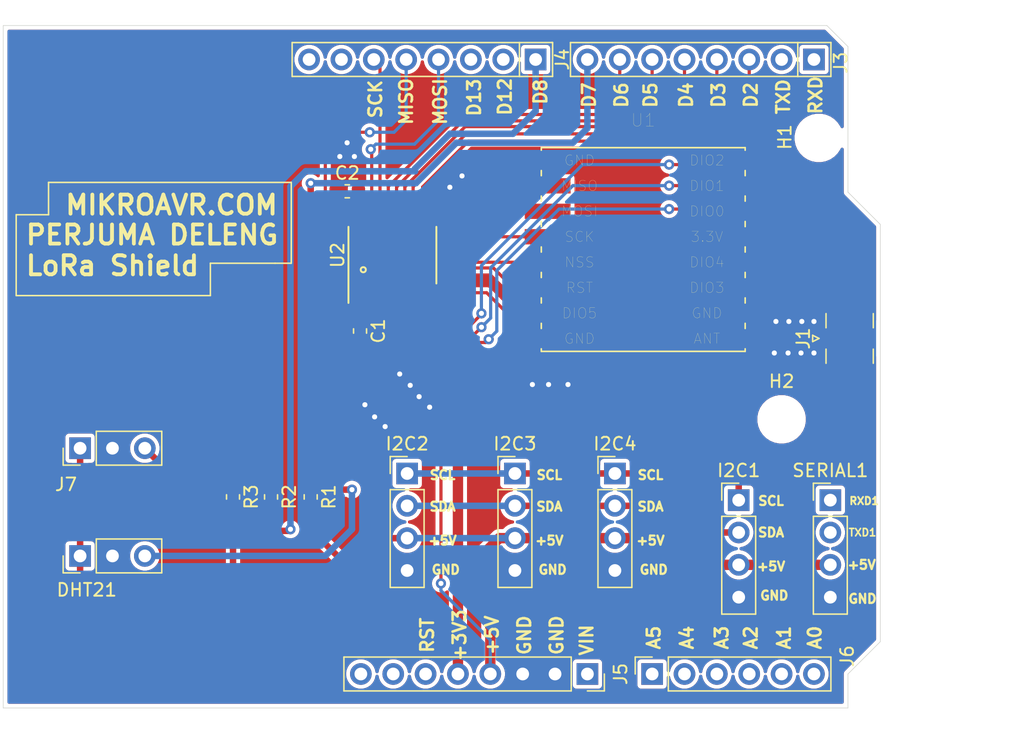
<source format=kicad_pcb>
(kicad_pcb (version 20171130) (host pcbnew "(5.1.5)-3")
  (layers (0 F.Cu signal) (31 B.Cu signal) (34 B.Paste user) (35 F.Paste user) (36 B.SilkS user) (37 F.SilkS user) (38 B.Mask user) (39 F.Mask user) (44 Edge.Cuts user))
  (net 0 "")
  (net 1 GND)
  (net 2 +5V)
  (net 3 D7)
  (net 4 D6)
  (net 5 D5)
  (net 6 D4)
  (net 7 D3)
  (net 8 D2)
  (net 9 A5)
  (net 10 A4)
  (net 11 A3)
  (net 12 A2)
  (net 13 A1)
  (net 14 A0)
  (net 15 SCK)
  (net 16 MISO)
  (net 17 MOSI)
  (net 18 D13)
  (net 19 D12)
  (net 20 D8)
  (net 21 +3V3)
  (net 22 TXD)
  (net 23 RXD)
  (net 24 RST)
  (net 25 "Net-(J4-Pad8)")
  (net 26 "Net-(J4-Pad7)")
  (net 27 "Net-(J5-Pad8)")
  (net 28 "Net-(J5-Pad7)")
  (net 29 VIN)
  (net 30 SDA)
  (net 31 SCL)
  (net 32 TXD1)
  (net 33 RXD1)
  (net 34 "Net-(U1-PadB6)")
  (net 35 "Net-(U1-PadB5)")
  (net 36 "Net-(U1-PadA7)")
  (net 37 "Net-(J1-Pad1)")
  (net 38 SCK_LORA)
  (net 39 MOSI_LORA)
  (net 40 MISO_LORA)
  (net 41 RST_LORA)
  (net 42 SS_LORA)
  (net 43 DIO1)
  (net 44 DIO2)
  (net 45 DIO0)
  (net 46 "Net-(J7-Pad3)")
  (module Resistor_SMD:R_0603_1608Metric_Pad1.05x0.95mm_HandSolder (layer F.Cu) (at 126.238 99.6315 270)
    (fp_text reference R3 (at 0 -1.43 90) (layer F.SilkS))
    (fp_text value 10K)
    (pad 2 smd roundrect (at 0.875 0 270) (size 1.05 0.95) (layers F.Cu F.Paste F.Mask) (net 2 +5V))
    (pad 1 smd roundrect (at -0.875 0 270) (size 1.05 0.95) (layers F.Cu F.Paste F.Mask) (net 46 "Net-(J7-Pad3)"))
  )
  (module Resistor_SMD:R_0603_1608Metric_Pad1.05x0.95mm_HandSolder (layer F.Cu) (at 129.2225 99.6315 270)
    (fp_text reference R2 (at 0 -1.43 90) (layer F.SilkS))
    (fp_text value 0R)
    (pad 2 smd roundrect (at 0.875 0 270) (size 1.05 0.95) (layers F.Cu F.Paste F.Mask) (net 20 D8))
    (pad 1 smd roundrect (at -0.875 0 270) (size 1.05 0.95) (layers F.Cu F.Paste F.Mask) (net 46 "Net-(J7-Pad3)"))
  )
  (module Resistor_SMD:R_0603_1608Metric_Pad1.05x0.95mm_HandSolder (layer F.Cu) (at 132.334 99.6315 270)
    (fp_text reference R1 (at 0 -1.43 90) (layer F.SilkS))
    (fp_text value 10K)
    (pad 2 smd roundrect (at 0.875 0 270) (size 1.05 0.95) (layers F.Cu F.Paste F.Mask) (net 2 +5V))
    (pad 1 smd roundrect (at -0.875 0 270) (size 1.05 0.95) (layers F.Cu F.Paste F.Mask) (net 3 D7))
  )
  (module Connector_PinHeader_2.54mm:PinHeader_1x04_P2.54mm_Vertical (layer F.Cu) (at 156.21 97.79)
    (fp_text reference I2C4 (at 0 -2.33) (layer F.SilkS))
    (fp_text value Conn_01x04)
    (pad 4 thru_hole oval (at 0 7.62) (size 1.7 1.7) (drill 1) (layers *.Cu *.Mask) (net 1 GND))
    (pad 3 thru_hole oval (at 0 5.08) (size 1.7 1.7) (drill 1) (layers *.Cu *.Mask) (net 2 +5V))
    (pad 2 thru_hole oval (at 0 2.54) (size 1.7 1.7) (drill 1) (layers *.Cu *.Mask) (net 30 SDA))
    (pad 1 thru_hole rect (at 0 0) (size 1.7 1.7) (drill 1) (layers *.Cu *.Mask) (net 31 SCL))
  )
  (module Connector_PinHeader_2.54mm:PinHeader_1x04_P2.54mm_Vertical (layer F.Cu) (at 148.3632 97.79)
    (fp_text reference I2C3 (at 0 -2.33) (layer F.SilkS))
    (fp_text value Conn_01x04)
    (pad 4 thru_hole oval (at 0 7.62) (size 1.7 1.7) (drill 1) (layers *.Cu *.Mask) (net 1 GND))
    (pad 3 thru_hole oval (at 0 5.08) (size 1.7 1.7) (drill 1) (layers *.Cu *.Mask) (net 2 +5V))
    (pad 2 thru_hole oval (at 0 2.54) (size 1.7 1.7) (drill 1) (layers *.Cu *.Mask) (net 30 SDA))
    (pad 1 thru_hole rect (at 0 0) (size 1.7 1.7) (drill 1) (layers *.Cu *.Mask) (net 31 SCL))
  )
  (module Connector_PinHeader_2.54mm:PinHeader_1x04_P2.54mm_Vertical (layer F.Cu) (at 139.9032 97.79)
    (fp_text reference I2C2 (at 0 -2.33) (layer F.SilkS))
    (fp_text value Conn_01x04)
    (pad 4 thru_hole oval (at 0 7.62) (size 1.7 1.7) (drill 1) (layers *.Cu *.Mask) (net 1 GND))
    (pad 3 thru_hole oval (at 0 5.08) (size 1.7 1.7) (drill 1) (layers *.Cu *.Mask) (net 2 +5V))
    (pad 2 thru_hole oval (at 0 2.54) (size 1.7 1.7) (drill 1) (layers *.Cu *.Mask) (net 30 SDA))
    (pad 1 thru_hole rect (at 0 0) (size 1.7 1.7) (drill 1) (layers *.Cu *.Mask) (net 31 SCL))
  )
  (module Connector_PinHeader_2.54mm:PinHeader_1x03_P2.54mm_Vertical (layer F.Cu) (at 114.2365 95.807 90)
    (fp_text reference J7 (at -2.8466 -1.1049 180) (layer F.SilkS))
    (fp_text value Conn_01x03)
    (pad 3 thru_hole oval (at 0 5.08 90) (size 1.7 1.7) (drill 1) (layers *.Cu *.Mask) (net 46 "Net-(J7-Pad3)"))
    (pad 2 thru_hole oval (at 0 2.54 90) (size 1.7 1.7) (drill 1) (layers *.Cu *.Mask) (net 1 GND))
    (pad 1 thru_hole rect (at 0 0 90) (size 1.7 1.7) (drill 1) (layers *.Cu *.Mask) (net 2 +5V))
  )
  (module Connector_PinHeader_2.54mm:PinHeader_1x03_P2.54mm_Vertical (layer F.Cu) (at 114.2365 104.267 90)
    (fp_text reference DHT21 (at -2.667 0.5207 180) (layer F.SilkS))
    (fp_text value Conn_01x03)
    (pad 3 thru_hole oval (at 0 5.08 90) (size 1.7 1.7) (drill 1) (layers *.Cu *.Mask) (net 3 D7))
    (pad 2 thru_hole oval (at 0 2.54 90) (size 1.7 1.7) (drill 1) (layers *.Cu *.Mask) (net 1 GND))
    (pad 1 thru_hole rect (at 0 0 90) (size 1.7 1.7) (drill 1) (layers *.Cu *.Mask) (net 2 +5V))
  )
  (module Capacitor_SMD:C_0603_1608Metric_Pad1.05x0.95mm_HandSolder (layer F.Cu) (at 135.2055 75.6285)
    (fp_text reference C2 (at 0 -1.43) (layer F.SilkS))
    (fp_text value 100nF)
    (pad 2 smd roundrect (at 0.875 0) (size 1.05 0.95) (layers F.Cu F.Paste F.Mask) (net 2 +5V))
    (pad 1 smd roundrect (at -0.875 0) (size 1.05 0.95) (layers F.Cu F.Paste F.Mask) (net 1 GND))
  )
  (module Capacitor_SMD:C_0603_1608Metric_Pad1.05x0.95mm_HandSolder (layer F.Cu) (at 136.2075 86.6 270)
    (fp_text reference C1 (at 0 -1.43 90) (layer F.SilkS))
    (fp_text value 100nF)
    (pad 2 smd roundrect (at 0.875 0 270) (size 1.05 0.95) (layers F.Cu F.Paste F.Mask) (net 1 GND))
    (pad 1 smd roundrect (at -0.875 0 270) (size 1.05 0.95) (layers F.Cu F.Paste F.Mask) (net 21 +3V3))
  )
  (module Package_SO:TSSOP-20_4.4x6.5mm_P0.65mm (layer F.Cu) (at 138.7475 80.645 90)
    (fp_text reference U2 (at 0 -4.3 90) (layer F.SilkS))
    (fp_text value TXS0108EPW)
    (pad 20 smd rect (at 2.95 -2.925 90) (size 1.45 0.45) (layers F.Cu F.Paste F.Mask) (net 16 MISO))
    (pad 19 smd rect (at 2.95 -2.275 90) (size 1.45 0.45) (layers F.Cu F.Paste F.Mask) (net 2 +5V))
    (pad 18 smd rect (at 2.95 -1.625 90) (size 1.45 0.45) (layers F.Cu F.Paste F.Mask) (net 17 MOSI))
    (pad 17 smd rect (at 2.95 -0.975 90) (size 1.45 0.45) (layers F.Cu F.Paste F.Mask) (net 15 SCK))
    (pad 16 smd rect (at 2.95 -0.325 90) (size 1.45 0.45) (layers F.Cu F.Paste F.Mask) (net 4 D6))
    (pad 15 smd rect (at 2.95 0.325 90) (size 1.45 0.45) (layers F.Cu F.Paste F.Mask) (net 5 D5))
    (pad 14 smd rect (at 2.95 0.975 90) (size 1.45 0.45) (layers F.Cu F.Paste F.Mask) (net 6 D4))
    (pad 13 smd rect (at 2.95 1.625 90) (size 1.45 0.45) (layers F.Cu F.Paste F.Mask) (net 7 D3))
    (pad 12 smd rect (at 2.95 2.275 90) (size 1.45 0.45) (layers F.Cu F.Paste F.Mask) (net 8 D2))
    (pad 11 smd rect (at 2.95 2.925 90) (size 1.45 0.45) (layers F.Cu F.Paste F.Mask) (net 1 GND))
    (pad 10 smd rect (at -2.95 2.925 90) (size 1.45 0.45) (layers F.Cu F.Paste F.Mask) (net 21 +3V3))
    (pad 9 smd rect (at -2.95 2.275 90) (size 1.45 0.45) (layers F.Cu F.Paste F.Mask) (net 44 DIO2))
    (pad 8 smd rect (at -2.95 1.625 90) (size 1.45 0.45) (layers F.Cu F.Paste F.Mask) (net 43 DIO1))
    (pad 7 smd rect (at -2.95 0.975 90) (size 1.45 0.45) (layers F.Cu F.Paste F.Mask) (net 45 DIO0))
    (pad 6 smd rect (at -2.95 0.325 90) (size 1.45 0.45) (layers F.Cu F.Paste F.Mask) (net 41 RST_LORA))
    (pad 5 smd rect (at -2.95 -0.325 90) (size 1.45 0.45) (layers F.Cu F.Paste F.Mask) (net 42 SS_LORA))
    (pad 4 smd rect (at -2.95 -0.975 90) (size 1.45 0.45) (layers F.Cu F.Paste F.Mask) (net 38 SCK_LORA))
    (pad 3 smd rect (at -2.95 -1.625 90) (size 1.45 0.45) (layers F.Cu F.Paste F.Mask) (net 39 MOSI_LORA))
    (pad 2 smd rect (at -2.95 -2.275 90) (size 1.45 0.45) (layers F.Cu F.Paste F.Mask) (net 21 +3V3))
    (pad 1 smd rect (at -2.95 -2.925 90) (size 1.45 0.45) (layers F.Cu F.Paste F.Mask) (net 40 MISO_LORA))
  )
  (module Connector_Coaxial:SMA_Samtec_SMA-J-P-X-ST-EM1_EdgeMount (layer F.Cu) (at 174.4885 87.1855 90)
    (fp_text reference J1 (at 0 -3.5 90) (layer F.SilkS))
    (fp_text value Conn_Coaxial)
    (pad 1 smd rect (at 0 0.2 90) (size 2.032 3.6) (layers F.Cu F.Paste F.Mask) (net 37 "Net-(J1-Pad1)"))
    (pad 2 smd rect (at 2.825 0 90) (size 2.54 4.199999) (layers F.Cu F.Paste F.Mask) (net 1 GND))
    (pad 2 smd rect (at -2.825 0 90) (size 2.54 4.199999) (layers F.Cu F.Paste F.Mask) (net 1 GND))
    (pad 2 smd rect (at 2.825 0 90) (size 2.54 4.199999) (layers B.Cu B.Paste B.Mask) (net 1 GND))
    (pad 2 smd rect (at -2.825 0 90) (size 1.35 4.2) (layers B.Cu B.Paste B.Mask) (net 1 GND))
  )
  (module mikroavr:WIRELESS-LORA-RFM95W#SMD (layer F.Cu) (at 158.4325 80.2005)
    (fp_text reference U1 (at 0 -10.16) (layer F.SilkS) (effects (font (thickness 0.015))))
    (fp_text value WIRELESS-LORA-RFM95W)
    (fp_text user ANT (at 5 7) (layer F.SilkS) (effects (font (size 0.8 0.8) (thickness 0.015))))
    (fp_text user GND (at 5 5) (layer F.SilkS) (effects (font (size 0.8 0.8) (thickness 0.015))))
    (fp_text user DIO3 (at 5 3) (layer F.SilkS) (effects (font (size 0.8 0.8) (thickness 0.015))))
    (fp_text user DIO4 (at 5 1) (layer F.SilkS) (effects (font (size 0.8 0.8) (thickness 0.015))))
    (fp_text user 3.3V (at 5 -1) (layer F.SilkS) (effects (font (size 0.8 0.8) (thickness 0.015))))
    (fp_text user DIO0 (at 5 -3) (layer F.SilkS) (effects (font (size 0.8 0.8) (thickness 0.015))))
    (fp_text user DIO1 (at 5 -5) (layer F.SilkS) (effects (font (size 0.8 0.8) (thickness 0.015))))
    (fp_text user DIO2 (at 5 -7) (layer F.SilkS) (effects (font (size 0.8 0.8) (thickness 0.015))))
    (fp_text user GND (at -5 7) (layer F.SilkS) (effects (font (size 0.8 0.8) (thickness 0.015))))
    (fp_text user DIO5 (at -5 5) (layer F.SilkS) (effects (font (size 0.8 0.8) (thickness 0.015))))
    (fp_text user RST (at -5 3) (layer F.SilkS) (effects (font (size 0.8 0.8) (thickness 0.015))))
    (fp_text user NSS (at -5 1) (layer F.SilkS) (effects (font (size 0.8 0.8) (thickness 0.015))))
    (fp_text user SCK (at -5 -1) (layer F.SilkS) (effects (font (size 0.8 0.8) (thickness 0.015))))
    (fp_text user MOSI (at -5 -3) (layer F.SilkS) (effects (font (size 0.8 0.8) (thickness 0.015))))
    (fp_text user MISO (at -5 -5) (layer F.SilkS) (effects (font (size 0.8 0.8) (thickness 0.015))))
    (fp_text user GND (at -5 -7) (layer F.SilkS) (effects (font (size 0.8 0.8) (thickness 0.015))))
    (pad B8 smd rect (at 7.5 7) (size 3.6 1.2) (layers F.Cu F.Paste F.Mask) (net 37 "Net-(J1-Pad1)"))
    (pad B7 smd rect (at 7.5 5) (size 3.6 1.2) (layers F.Cu F.Paste F.Mask) (net 1 GND))
    (pad B6 smd rect (at 7.5 3) (size 3.6 1.2) (layers F.Cu F.Paste F.Mask) (net 34 "Net-(U1-PadB6)"))
    (pad B5 smd rect (at 7.5 1) (size 3.6 1.2) (layers F.Cu F.Paste F.Mask) (net 35 "Net-(U1-PadB5)"))
    (pad B4 smd rect (at 7.5 -1) (size 3.6 1.2) (layers F.Cu F.Paste F.Mask) (net 21 +3V3))
    (pad B3 smd rect (at 7.5 -3) (size 3.6 1.2) (layers F.Cu F.Paste F.Mask) (net 45 DIO0))
    (pad B2 smd rect (at 7.5 -5) (size 3.6 1.2) (layers F.Cu F.Paste F.Mask) (net 43 DIO1))
    (pad A8 smd rect (at -7.5 7) (size 3.6 1.2) (layers F.Cu F.Paste F.Mask) (net 1 GND))
    (pad A7 smd rect (at -7.5 5) (size 3.6 1.2) (layers F.Cu F.Paste F.Mask) (net 36 "Net-(U1-PadA7)"))
    (pad A6 smd rect (at -7.5 3) (size 3.6 1.2) (layers F.Cu F.Paste F.Mask) (net 41 RST_LORA))
    (pad A5 smd rect (at -7.5 1) (size 3.6 1.2) (layers F.Cu F.Paste F.Mask) (net 42 SS_LORA))
    (pad A4 smd rect (at -7.5 -1) (size 3.6 1.2) (layers F.Cu F.Paste F.Mask) (net 38 SCK_LORA))
    (pad A3 smd rect (at -7.5 -3) (size 3.6 1.2) (layers F.Cu F.Paste F.Mask) (net 39 MOSI_LORA))
    (pad B1 smd rect (at 7.5 -7) (size 3.6 1.2) (layers F.Cu F.Paste F.Mask) (net 44 DIO2))
    (pad A2 smd rect (at -7.5 -5) (size 3.6 1.2) (layers F.Cu F.Paste F.Mask) (net 40 MISO_LORA))
    (pad A1 smd rect (at -7.5 -7) (size 3.6 1.2) (layers F.Cu F.Paste F.Mask) (net 1 GND))
  )
  (module Connector_PinHeader_2.54mm:PinHeader_1x04_P2.54mm_Vertical (layer F.Cu) (at 173.1155 99.8855)
    (fp_text reference SERIAL1 (at 0 -2.33) (layer F.SilkS))
    (fp_text value Conn_01x04)
    (pad 4 thru_hole oval (at 0 7.62) (size 1.7 1.7) (drill 1) (layers *.Cu *.Mask) (net 1 GND))
    (pad 3 thru_hole oval (at 0 5.08) (size 1.7 1.7) (drill 1) (layers *.Cu *.Mask) (net 2 +5V))
    (pad 2 thru_hole oval (at 0 2.54) (size 1.7 1.7) (drill 1) (layers *.Cu *.Mask) (net 32 TXD1))
    (pad 1 thru_hole rect (at 0 0) (size 1.7 1.7) (drill 1) (layers *.Cu *.Mask) (net 33 RXD1))
  )
  (module Connector_PinHeader_2.54mm:PinHeader_1x04_P2.54mm_Vertical (layer F.Cu) (at 165.9255 99.8855)
    (fp_text reference I2C1 (at 0 -2.33) (layer F.SilkS))
    (fp_text value Conn_01x04)
    (pad 4 thru_hole oval (at 0 7.62) (size 1.7 1.7) (drill 1) (layers *.Cu *.Mask) (net 1 GND))
    (pad 3 thru_hole oval (at 0 5.08) (size 1.7 1.7) (drill 1) (layers *.Cu *.Mask) (net 2 +5V))
    (pad 2 thru_hole oval (at 0 2.54) (size 1.7 1.7) (drill 1) (layers *.Cu *.Mask) (net 30 SDA))
    (pad 1 thru_hole rect (at 0 0) (size 1.7 1.7) (drill 1) (layers *.Cu *.Mask) (net 31 SCL))
  )
  (module MountingHole:MountingHole_3.2mm_M3 (layer F.Cu) (at 169.291 93.5355)
    (fp_text reference H2 (at 0 -2.9845) (layer F.SilkS))
    (fp_text value MountingHole)
    (pad 1 np_thru_hole circle (at 0 0) (size 3.2 3.2) (drill 3.2) (layers *.Cu *.Mask))
  )
  (module MountingHole:MountingHole_3.2mm_M3 (layer F.Cu) (at 172.212 71.4375)
    (fp_text reference H1 (at -2.667 -0.0635 90) (layer F.SilkS))
    (fp_text value MountingHole)
    (pad 1 np_thru_hole circle (at 0 0) (size 3.2 3.2) (drill 3.2) (layers *.Cu *.Mask))
  )
  (module Connector_PinSocket_2.54mm:PinSocket_1x08_P2.54mm_Vertical (layer F.Cu) (at 154.051 113.538 270)
    (fp_text reference J5 (at 0 -2.6035 90) (layer F.SilkS))
    (fp_text value Conn_01x08)
    (pad 8 thru_hole oval (at 0 17.78 270) (size 1.7 1.7) (drill 1) (layers *.Cu *.Mask) (net 27 "Net-(J5-Pad8)"))
    (pad 7 thru_hole oval (at 0 15.24 270) (size 1.7 1.7) (drill 1) (layers *.Cu *.Mask) (net 28 "Net-(J5-Pad7)"))
    (pad 6 thru_hole oval (at 0 12.7 270) (size 1.7 1.7) (drill 1) (layers *.Cu *.Mask) (net 24 RST))
    (pad 5 thru_hole oval (at 0 10.16 270) (size 1.7 1.7) (drill 1) (layers *.Cu *.Mask) (net 21 +3V3))
    (pad 4 thru_hole oval (at 0 7.62 270) (size 1.7 1.7) (drill 1) (layers *.Cu *.Mask) (net 2 +5V))
    (pad 3 thru_hole oval (at 0 5.08 270) (size 1.7 1.7) (drill 1) (layers *.Cu *.Mask) (net 1 GND))
    (pad 2 thru_hole oval (at 0 2.54 270) (size 1.7 1.7) (drill 1) (layers *.Cu *.Mask) (net 1 GND))
    (pad 1 thru_hole rect (at 0 0 270) (size 1.7 1.7) (drill 1) (layers *.Cu *.Mask) (net 29 VIN))
  )
  (module Connector_PinSocket_2.54mm:PinSocket_1x06_P2.54mm_Vertical (layer F.Cu) (at 159.131 113.538 90)
    (fp_text reference J6 (at 1.397 15.3035 90) (layer F.SilkS))
    (fp_text value Conn_01x06)
    (pad 6 thru_hole oval (at 0 12.7 90) (size 1.7 1.7) (drill 1) (layers *.Cu *.Mask) (net 14 A0))
    (pad 5 thru_hole oval (at 0 10.16 90) (size 1.7 1.7) (drill 1) (layers *.Cu *.Mask) (net 13 A1))
    (pad 4 thru_hole oval (at 0 7.62 90) (size 1.7 1.7) (drill 1) (layers *.Cu *.Mask) (net 12 A2))
    (pad 3 thru_hole oval (at 0 5.08 90) (size 1.7 1.7) (drill 1) (layers *.Cu *.Mask) (net 11 A3))
    (pad 2 thru_hole oval (at 0 2.54 90) (size 1.7 1.7) (drill 1) (layers *.Cu *.Mask) (net 10 A4))
    (pad 1 thru_hole rect (at 0 0 90) (size 1.7 1.7) (drill 1) (layers *.Cu *.Mask) (net 9 A5))
  )
  (module Connector_PinSocket_2.54mm:PinSocket_1x08_P2.54mm_Vertical (layer F.Cu) (at 149.987 65.278 270)
    (fp_text reference J4 (at 0 -2.0955 90) (layer F.SilkS))
    (fp_text value Conn_01x08)
    (pad 8 thru_hole oval (at 0 17.78 270) (size 1.7 1.7) (drill 1) (layers *.Cu *.Mask) (net 25 "Net-(J4-Pad8)"))
    (pad 7 thru_hole oval (at 0 15.24 270) (size 1.7 1.7) (drill 1) (layers *.Cu *.Mask) (net 26 "Net-(J4-Pad7)"))
    (pad 6 thru_hole oval (at 0 12.7 270) (size 1.7 1.7) (drill 1) (layers *.Cu *.Mask) (net 15 SCK))
    (pad 5 thru_hole oval (at 0 10.16 270) (size 1.7 1.7) (drill 1) (layers *.Cu *.Mask) (net 16 MISO))
    (pad 4 thru_hole oval (at 0 7.62 270) (size 1.7 1.7) (drill 1) (layers *.Cu *.Mask) (net 17 MOSI))
    (pad 3 thru_hole oval (at 0 5.08 270) (size 1.7 1.7) (drill 1) (layers *.Cu *.Mask) (net 18 D13))
    (pad 2 thru_hole oval (at 0 2.54 270) (size 1.7 1.7) (drill 1) (layers *.Cu *.Mask) (net 19 D12))
    (pad 1 thru_hole rect (at 0 0 270) (size 1.7 1.7) (drill 1) (layers *.Cu *.Mask) (net 20 D8))
  )
  (module Connector_PinSocket_2.54mm:PinSocket_1x08_P2.54mm_Vertical (layer F.Cu) (at 171.831 65.278 270)
    (fp_text reference J3 (at 0.254 -2.0955 90) (layer F.SilkS))
    (fp_text value Conn_01x08)
    (pad 8 thru_hole oval (at 0 17.78 270) (size 1.7 1.7) (drill 1) (layers *.Cu *.Mask) (net 3 D7))
    (pad 7 thru_hole oval (at 0 15.24 270) (size 1.7 1.7) (drill 1) (layers *.Cu *.Mask) (net 4 D6))
    (pad 6 thru_hole oval (at 0 12.7 270) (size 1.7 1.7) (drill 1) (layers *.Cu *.Mask) (net 5 D5))
    (pad 5 thru_hole oval (at 0 10.16 270) (size 1.7 1.7) (drill 1) (layers *.Cu *.Mask) (net 6 D4))
    (pad 4 thru_hole oval (at 0 7.62 270) (size 1.7 1.7) (drill 1) (layers *.Cu *.Mask) (net 7 D3))
    (pad 3 thru_hole oval (at 0 5.08 270) (size 1.7 1.7) (drill 1) (layers *.Cu *.Mask) (net 8 D2))
    (pad 2 thru_hole oval (at 0 2.54 270) (size 1.7 1.7) (drill 1) (layers *.Cu *.Mask) (net 22 TXD))
    (pad 1 thru_hole rect (at 0 0 270) (size 1.7 1.7) (drill 1) (layers *.Cu *.Mask) (net 23 RXD))
  )
  (gr_circle (center 136.4615 81.788) (end 136.662305 81.788) (layer F.SilkS) (width 0.1524))
  (gr_text +5V (at 142.6845 103.0605) (layer F.SilkS) (effects (font (size 0.7112 0.7112) (thickness 0.1778))))
  (gr_text SCL (at 142.6845 97.917) (layer F.SilkS) (effects (font (size 0.7112 0.7112) (thickness 0.1778))))
  (gr_text GND (at 142.9385 105.3465) (layer F.SilkS) (effects (font (size 0.7112 0.7112) (thickness 0.1778))))
  (gr_text SDA (at 142.6845 100.3935) (layer F.SilkS) (effects (font (size 0.7112 0.7112) (thickness 0.1778))))
  (gr_text +5V (at 151.0665 103.0605) (layer F.SilkS) (effects (font (size 0.7112 0.7112) (thickness 0.1778))))
  (gr_text SCL (at 151.0665 97.917) (layer F.SilkS) (effects (font (size 0.7112 0.7112) (thickness 0.1778))))
  (gr_text GND (at 151.3205 105.3465) (layer F.SilkS) (effects (font (size 0.7112 0.7112) (thickness 0.1778))))
  (gr_text SDA (at 151.0665 100.3935) (layer F.SilkS) (effects (font (size 0.7112 0.7112) (thickness 0.1778))))
  (gr_text +5V (at 159.004 103.0605) (layer F.SilkS) (effects (font (size 0.7112 0.7112) (thickness 0.1778))))
  (gr_text SCL (at 159.004 97.917) (layer F.SilkS) (effects (font (size 0.7112 0.7112) (thickness 0.1778))))
  (gr_text GND (at 159.258 105.3465) (layer F.SilkS) (effects (font (size 0.7112 0.7112) (thickness 0.1778))))
  (gr_text SDA (at 159.004 100.3935) (layer F.SilkS) (effects (font (size 0.7112 0.7112) (thickness 0.1778))))
  (gr_text RST (at 141.478 110.49 90) (layer F.SilkS) (effects (font (size 1 1) (thickness 0.2032))))
  (gr_text +3V3 (at 144.018 110.49 90) (layer F.SilkS) (effects (font (size 1 1) (thickness 0.2032))))
  (gr_text +5V (at 146.558 110.49 90) (layer F.SilkS) (effects (font (size 1 1) (thickness 0.2032))))
  (gr_text GND (at 149.098 110.49 90) (layer F.SilkS) (effects (font (size 1 1) (thickness 0.2032))))
  (gr_line (start 111.76 77.47) (end 109.22 77.47) (layer F.SilkS) (width 0.12))
  (gr_line (start 109.22 83.82) (end 110.49 83.82) (layer F.SilkS) (width 0.12))
  (gr_line (start 109.22 77.47) (end 109.22 83.82) (layer F.SilkS) (width 0.12))
  (gr_line (start 111.76 74.93) (end 111.76 77.47) (layer F.SilkS) (width 0.12))
  (gr_line (start 130.81 74.93) (end 111.76 74.93) (layer F.SilkS) (width 0.12))
  (gr_line (start 130.81 81.28) (end 130.81 74.93) (layer F.SilkS) (width 0.12))
  (gr_line (start 129.54 81.28) (end 130.81 81.28) (layer F.SilkS) (width 0.12))
  (gr_line (start 124.46 81.28) (end 129.54 81.28) (layer F.SilkS) (width 0.12))
  (gr_line (start 124.46 83.82) (end 124.46 81.28) (layer F.SilkS) (width 0.12))
  (gr_line (start 110.49 83.82) (end 124.46 83.82) (layer F.SilkS) (width 0.12))
  (gr_text "LoRa Shield" (at 116.7765 81.4705) (layer F.SilkS) (effects (font (size 1.5 1.5) (thickness 0.3))))
  (gr_text SDA (at 168.4655 102.4255) (layer F.SilkS) (effects (font (size 0.7112 0.7112) (thickness 0.1778))))
  (gr_text GND (at 168.7195 107.3785) (layer F.SilkS) (effects (font (size 0.7112 0.7112) (thickness 0.1778))))
  (gr_text SCL (at 168.4655 99.949) (layer F.SilkS) (effects (font (size 0.7112 0.7112) (thickness 0.1778))))
  (gr_text +5V (at 168.4655 105.0925) (layer F.SilkS) (effects (font (size 0.7112 0.7112) (thickness 0.1778))))
  (gr_line (start 151.3205 63.9445) (end 151.257 63.9445) (layer F.SilkS) (width 0.12))
  (gr_line (start 151.3205 65.2145) (end 151.3205 63.9445) (layer F.SilkS) (width 0.12))
  (gr_line (start 148.717 63.948) (end 151.257 63.9445) (layer F.SilkS) (width 0.12))
  (gr_line (start 149.987 66.608) (end 148.717 66.6115) (layer F.SilkS) (width 0.12))
  (gr_line (start 173.1645 63.9445) (end 173.161 65.278) (layer F.SilkS) (width 0.12))
  (gr_line (start 170.561 63.948) (end 173.1645 63.9445) (layer F.SilkS) (width 0.12))
  (gr_line (start 170.561 66.608) (end 171.831 66.6115) (layer F.SilkS) (width 0.12))
  (gr_text GND (at 151.638 110.49 90) (layer F.SilkS) (effects (font (size 1 1) (thickness 0.2032))))
  (gr_text VIN (at 153.9875 110.871 90) (layer F.SilkS) (effects (font (size 1 1) (thickness 0.2032))))
  (gr_text A5 (at 159.258 110.6805 90) (layer F.SilkS) (effects (font (size 1 1) (thickness 0.2032))))
  (gr_text A4 (at 161.8615 110.6805 90) (layer F.SilkS) (effects (font (size 1 1) (thickness 0.2032))))
  (gr_text A3 (at 164.592 110.6805 90) (layer F.SilkS) (effects (font (size 1 1) (thickness 0.2032))))
  (gr_text A2 (at 166.878 110.6805 90) (layer F.SilkS) (effects (font (size 1 1) (thickness 0.2032))))
  (gr_text A1 (at 169.4815 110.6805 90) (layer F.SilkS) (effects (font (size 1 1) (thickness 0.2032))))
  (gr_text A0 (at 171.8945 110.6805 90) (layer F.SilkS) (effects (font (size 1 1) (thickness 0.2032))))
  (gr_text GND (at 175.641 107.6325) (layer F.SilkS) (effects (font (size 0.7112 0.7112) (thickness 0.1778))))
  (gr_text +5V (at 175.5775 104.9655) (layer F.SilkS) (effects (font (size 0.7112 0.7112) (thickness 0.1778))))
  (gr_text TXD1 (at 175.641 102.4255) (layer F.SilkS) (effects (font (size 0.5842 0.5842) (thickness 0.127))))
  (gr_text RXD1 (at 175.768 99.949) (layer F.SilkS) (effects (font (size 0.5842 0.5842) (thickness 0.14605))))
  (gr_text SCK (at 137.414 68.3895 90) (layer F.SilkS) (effects (font (size 1 1) (thickness 0.2032))))
  (gr_text MISO (at 139.827 68.58 90) (layer F.SilkS) (effects (font (size 1 1) (thickness 0.2032))))
  (gr_text MOSI (at 142.494 68.58 90) (layer F.SilkS) (effects (font (size 1 1) (thickness 0.2032))))
  (gr_text D13 (at 145.161 68.2625 90) (layer F.SilkS) (effects (font (size 1 1) (thickness 0.2032))))
  (gr_text D12 (at 147.574 68.199 90) (layer F.SilkS) (effects (font (size 1 1) (thickness 0.2032))))
  (gr_text D8 (at 150.368 67.818 90) (layer F.SilkS) (effects (font (size 1 1) (thickness 0.2032))))
  (gr_text D7 (at 154.178 68.072 90) (layer F.SilkS) (effects (font (size 1 1) (thickness 0.2032))))
  (gr_text D6 (at 156.718 68.072 90) (layer F.SilkS) (effects (font (size 1 1) (thickness 0.2032))))
  (gr_text D5 (at 159.004 68.072 90) (layer F.SilkS) (effects (font (size 1 1) (thickness 0.2032))))
  (gr_text D4 (at 161.798 68.072 90) (layer F.SilkS) (effects (font (size 1 1) (thickness 0.2032))))
  (gr_text D3 (at 164.338 68.072 90) (layer F.SilkS) (effects (font (size 1 1) (thickness 0.2032))))
  (gr_text D2 (at 166.878 68.072 90) (layer F.SilkS) (effects (font (size 1 1) (thickness 0.2032))))
  (gr_text TXD (at 169.418 68.198952 90) (layer F.SilkS) (effects (font (size 1 1) (thickness 0.2032))))
  (gr_text RXD (at 171.958 68.079905 90) (layer F.SilkS) (effects (font (size 1 1) (thickness 0.2032))))
  (gr_line (start 108.204 62.611) (end 108.204 116.205) (layer Edge.Cuts) (width 0.05))
  (gr_line (start 172.847 62.611) (end 108.204 62.611) (layer Edge.Cuts) (width 0.05))
  (gr_line (start 174.498 64.262) (end 172.847 62.611) (layer Edge.Cuts) (width 0.05))
  (gr_line (start 174.498 75.692) (end 174.498 64.262) (layer Edge.Cuts) (width 0.05))
  (gr_line (start 177.038 78.232) (end 174.498 75.692) (layer Edge.Cuts) (width 0.05))
  (gr_line (start 177.038 110.998) (end 177.038 78.232) (layer Edge.Cuts) (width 0.05))
  (gr_line (start 174.498 113.538) (end 177.038 110.998) (layer Edge.Cuts) (width 0.05))
  (gr_line (start 174.498 116.205) (end 174.498 113.538) (layer Edge.Cuts) (width 0.05))
  (gr_line (start 108.204 116.205) (end 174.498 116.205) (layer Edge.Cuts) (width 0.05))
  (gr_text MIKROAVR.COM (at 121.412 76.708) (layer F.SilkS) (effects (font (size 1.5 1.5) (thickness 0.3))))
  (gr_text "PERJUMA DELENG" (at 119.883643 79.0575) (layer F.SilkS) (effects (font (size 1.5 1.5) (thickness 0.3))))
  (via (at 143.256 75.311) (size 0.8) (drill 0.4) (layers F.Cu B.Cu) (net 1))
  (via (at 144.2085 74.422) (size 0.8) (drill 0.4) (layers F.Cu B.Cu) (net 1))
  (via (at 134.62 72.898) (size 0.8) (drill 0.4) (layers F.Cu B.Cu) (net 1))
  (via (at 135.763 72.898) (size 0.8) (drill 0.4) (layers F.Cu B.Cu) (net 1))
  (via (at 135.1915 71.8185) (size 0.8) (drill 0.4) (layers F.Cu B.Cu) (net 1))
  (via (at 149.733 90.805) (size 0.8) (drill 0.4) (layers F.Cu B.Cu) (net 1))
  (via (at 151.003 90.805) (size 0.8) (drill 0.4) (layers F.Cu B.Cu) (net 1))
  (via (at 152.527 90.805) (size 0.8) (drill 0.4) (layers F.Cu B.Cu) (net 1))
  (via (at 141.6685 92.583) (size 0.8) (drill 0.4) (layers F.Cu B.Cu) (net 1))
  (via (at 140.843 91.7575) (size 0.8) (drill 0.4) (layers F.Cu B.Cu) (net 1))
  (via (at 140.1445 90.8685) (size 0.8) (drill 0.4) (layers F.Cu B.Cu) (net 1))
  (via (at 139.319 89.9795) (size 0.8) (drill 0.4) (layers F.Cu B.Cu) (net 1))
  (via (at 136.5885 92.3925) (size 0.8) (drill 0.4) (layers F.Cu B.Cu) (net 1))
  (via (at 137.3505 93.345) (size 0.8) (drill 0.4) (layers F.Cu B.Cu) (net 1))
  (via (at 138.176 94.107) (size 0.8) (drill 0.4) (layers F.Cu B.Cu) (net 1))
  (via (at 168.8465 85.852) (size 0.8) (drill 0.4) (layers F.Cu B.Cu) (net 1))
  (via (at 169.8625 85.852) (size 0.8) (drill 0.4) (layers F.Cu B.Cu) (net 1))
  (via (at 170.8785 85.852) (size 0.8) (drill 0.4) (layers F.Cu B.Cu) (net 1))
  (via (at 171.831 85.852) (size 0.8) (drill 0.4) (layers F.Cu B.Cu) (net 1))
  (via (at 168.7195 88.3285) (size 0.8) (drill 0.4) (layers F.Cu B.Cu) (net 1))
  (via (at 169.799 88.3285) (size 0.8) (drill 0.4) (layers F.Cu B.Cu) (net 1))
  (via (at 170.815 88.3285) (size 0.8) (drill 0.4) (layers F.Cu B.Cu) (net 1))
  (via (at 171.831 88.3285) (size 0.8) (drill 0.4) (layers F.Cu B.Cu) (net 1))
  (segment (start 136.4725 76.0205) (end 136.0805 75.6285) (width 0.25) (layer F.Cu) (net 2))
  (segment (start 136.4725 77.695) (end 136.4725 76.0205) (width 0.25) (layer F.Cu) (net 2))
  (segment (start 136.4725 77.695) (end 136.4725 79.23559) (width 0.25) (layer F.Cu) (net 2))
  (segment (start 135.272499 80.435591) (end 135.272499 89.044499) (width 0.25) (layer F.Cu) (net 2))
  (segment (start 136.4725 79.23559) (end 135.272499 80.435591) (width 0.25) (layer F.Cu) (net 2))
  (segment (start 135.272499 89.044499) (end 142.5575 96.3295) (width 0.25) (layer F.Cu) (net 2))
  (via (at 142.5575 106.426) (size 0.8) (drill 0.4) (layers F.Cu B.Cu) (net 2))
  (segment (start 142.5575 96.3295) (end 142.5575 106.426) (width 0.25) (layer F.Cu) (net 2))
  (segment (start 146.431 110.865185) (end 146.431 113.538) (width 0.25) (layer B.Cu) (net 2))
  (segment (start 142.5575 106.426) (end 142.5575 106.991685) (width 0.25) (layer B.Cu) (net 2))
  (segment (start 142.5575 106.991685) (end 146.431 110.865185) (width 0.25) (layer B.Cu) (net 2))
  (segment (start 165.9255 104.9655) (end 173.1155 104.9655) (width 0.8128) (layer F.Cu) (net 2))
  (segment (start 147.133599 102.87) (end 148.3632 102.87) (width 0.8128) (layer F.Cu) (net 2))
  (segment (start 146.05 103.953599) (end 147.133599 102.87) (width 0.8128) (layer F.Cu) (net 2))
  (segment (start 146.05 107.188) (end 146.05 103.953599) (width 0.8128) (layer F.Cu) (net 2))
  (segment (start 146.431 113.538) (end 146.431 107.569) (width 0.8128) (layer F.Cu) (net 2))
  (segment (start 146.431 107.569) (end 146.05 107.188) (width 0.8128) (layer F.Cu) (net 2))
  (segment (start 162.1155 104.9655) (end 165.9255 104.9655) (width 0.8128) (layer F.Cu) (net 2))
  (segment (start 148.3632 102.87) (end 160.02 102.87) (width 0.8128) (layer F.Cu) (net 2))
  (segment (start 160.02 102.87) (end 162.1155 104.9655) (width 0.8128) (layer F.Cu) (net 2))
  (segment (start 139.9032 102.87) (end 148.3632 102.87) (width 0.508) (layer B.Cu) (net 2))
  (segment (start 139.9032 102.87) (end 138.701119 102.87) (width 0.508) (layer F.Cu) (net 2))
  (segment (start 114.2365 108.5215) (end 114.2365 104.267) (width 0.508) (layer F.Cu) (net 2))
  (segment (start 115.2525 109.5375) (end 114.2365 108.5215) (width 0.508) (layer F.Cu) (net 2))
  (segment (start 114.2365 97.165) (end 114.2365 104.267) (width 0.508) (layer F.Cu) (net 2))
  (segment (start 114.2365 95.807) (end 114.2365 97.165) (width 0.508) (layer F.Cu) (net 2))
  (segment (start 126.3015 109.5375) (end 126.238 109.474) (width 0.508) (layer F.Cu) (net 2))
  (segment (start 126.238 109.474) (end 126.238 100.5065) (width 0.508) (layer F.Cu) (net 2))
  (segment (start 126.3015 109.5375) (end 115.2525 109.5375) (width 0.508) (layer F.Cu) (net 2))
  (segment (start 132.033619 109.5375) (end 126.3015 109.5375) (width 0.508) (layer F.Cu) (net 2))
  (segment (start 132.334 102.1715) (end 132.334 100.5065) (width 0.508) (layer F.Cu) (net 2))
  (segment (start 135.86681 105.70431) (end 132.334 102.1715) (width 0.508) (layer F.Cu) (net 2))
  (segment (start 135.86681 105.70431) (end 132.033619 109.5375) (width 0.508) (layer F.Cu) (net 2))
  (segment (start 138.701119 102.87) (end 135.86681 105.70431) (width 0.508) (layer F.Cu) (net 2))
  (via (at 132.334 74.9935) (size 0.8) (drill 0.4) (layers F.Cu B.Cu) (net 3))
  (segment (start 132.334 98.7565) (end 132.334 74.9935) (width 0.508) (layer F.Cu) (net 3))
  (segment (start 154.051 70.6755) (end 154.051 65.278) (width 0.508) (layer B.Cu) (net 3))
  (segment (start 143.764 71.8185) (end 152.908 71.8185) (width 0.508) (layer B.Cu) (net 3))
  (segment (start 152.908 71.8185) (end 154.051 70.6755) (width 0.508) (layer B.Cu) (net 3))
  (segment (start 132.334 74.9935) (end 140.589 74.9935) (width 0.508) (layer B.Cu) (net 3))
  (segment (start 140.589 74.9935) (end 143.764 71.8185) (width 0.508) (layer B.Cu) (net 3))
  (segment (start 119.3165 104.267) (end 133.477 104.267) (width 0.508) (layer B.Cu) (net 3))
  (via (at 135.5725 99.06) (size 0.8) (drill 0.4) (layers F.Cu B.Cu) (net 3))
  (segment (start 133.477 104.267) (end 135.5725 102.1715) (width 0.508) (layer B.Cu) (net 3))
  (segment (start 135.5725 102.1715) (end 135.5725 99.06) (width 0.508) (layer B.Cu) (net 3))
  (segment (start 132.6375 99.06) (end 132.334 98.7565) (width 0.508) (layer F.Cu) (net 3))
  (segment (start 135.5725 99.06) (end 132.6375 99.06) (width 0.508) (layer F.Cu) (net 3))
  (segment (start 156.591 68.453) (end 156.591 65.278) (width 0.25) (layer F.Cu) (net 4))
  (segment (start 138.4225 75.255) (end 143.891 69.7865) (width 0.25) (layer F.Cu) (net 4))
  (segment (start 143.891 69.7865) (end 143.95027 69.7865) (width 0.25) (layer F.Cu) (net 4))
  (segment (start 143.95027 69.7865) (end 144.14077 69.596) (width 0.25) (layer F.Cu) (net 4))
  (segment (start 155.448 69.596) (end 156.591 68.453) (width 0.25) (layer F.Cu) (net 4))
  (segment (start 138.4225 77.695) (end 138.4225 75.255) (width 0.25) (layer F.Cu) (net 4))
  (segment (start 144.14077 69.596) (end 155.448 69.596) (width 0.25) (layer F.Cu) (net 4))
  (segment (start 139.0725 77.695) (end 139.0725 75.30068) (width 0.25) (layer F.Cu) (net 5))
  (segment (start 139.0725 75.30068) (end 144.27469 70.09849) (width 0.25) (layer F.Cu) (net 5))
  (segment (start 144.27469 70.09849) (end 158.18401 70.09849) (width 0.25) (layer F.Cu) (net 5))
  (segment (start 159.131 69.1515) (end 159.131 65.278) (width 0.25) (layer F.Cu) (net 5))
  (segment (start 158.18401 70.09849) (end 159.131 69.1515) (width 0.25) (layer F.Cu) (net 5))
  (segment (start 139.7225 75.28709) (end 144.46109 70.5485) (width 0.25) (layer F.Cu) (net 6))
  (segment (start 139.7225 77.695) (end 139.7225 75.28709) (width 0.25) (layer F.Cu) (net 6))
  (segment (start 144.46109 70.5485) (end 160.782 70.5485) (width 0.25) (layer F.Cu) (net 6))
  (segment (start 161.671 69.6595) (end 161.671 65.278) (width 0.25) (layer F.Cu) (net 6))
  (segment (start 160.782 70.5485) (end 161.671 69.6595) (width 0.25) (layer F.Cu) (net 6))
  (segment (start 140.3725 77.695) (end 140.3725 75.2735) (width 0.25) (layer F.Cu) (net 7))
  (segment (start 140.3725 75.2735) (end 144.526 71.12) (width 0.25) (layer F.Cu) (net 7))
  (segment (start 144.526 71.12) (end 162.941 71.12) (width 0.25) (layer F.Cu) (net 7))
  (segment (start 164.211 69.85) (end 164.211 65.278) (width 0.25) (layer F.Cu) (net 7))
  (segment (start 162.941 71.12) (end 164.211 69.85) (width 0.25) (layer F.Cu) (net 7))
  (segment (start 141.122499 76.936501) (end 141.122499 75.285501) (width 0.25) (layer F.Cu) (net 8))
  (segment (start 141.0225 77.695) (end 141.0225 77.0365) (width 0.25) (layer F.Cu) (net 8))
  (segment (start 141.0225 77.0365) (end 141.122499 76.936501) (width 0.25) (layer F.Cu) (net 8))
  (segment (start 141.122499 75.285501) (end 144.7165 71.6915) (width 0.25) (layer F.Cu) (net 8))
  (segment (start 144.7165 71.6915) (end 165.0365 71.6915) (width 0.25) (layer F.Cu) (net 8))
  (segment (start 166.751 69.977) (end 166.751 65.278) (width 0.25) (layer F.Cu) (net 8))
  (segment (start 165.0365 71.6915) (end 166.751 69.977) (width 0.25) (layer F.Cu) (net 8))
  (segment (start 137.7725 65.7635) (end 137.287 65.278) (width 0.25) (layer F.Cu) (net 15))
  (segment (start 137.7725 77.695) (end 137.7725 65.7635) (width 0.25) (layer F.Cu) (net 15))
  (via (at 136.9695 70.993) (size 0.8) (drill 0.4) (layers F.Cu B.Cu) (net 16))
  (segment (start 136.9695 70.993) (end 138.8745 70.993) (width 0.25) (layer B.Cu) (net 16))
  (segment (start 139.827 70.0405) (end 139.827 65.278) (width 0.25) (layer B.Cu) (net 16))
  (segment (start 138.8745 70.993) (end 139.827 70.0405) (width 0.25) (layer B.Cu) (net 16))
  (segment (start 134.3025 70.993) (end 136.9695 70.993) (width 0.25) (layer F.Cu) (net 16))
  (segment (start 133.48049 76.099) (end 133.48049 71.81501) (width 0.25) (layer F.Cu) (net 16))
  (segment (start 135.8225 77.695) (end 135.07649 77.695) (width 0.25) (layer F.Cu) (net 16))
  (segment (start 133.48049 71.81501) (end 134.3025 70.993) (width 0.25) (layer F.Cu) (net 16))
  (segment (start 135.07649 77.695) (end 133.48049 76.099) (width 0.25) (layer F.Cu) (net 16))
  (via (at 137.0475 72.3265) (size 0.8) (drill 0.4) (layers F.Cu B.Cu) (net 17))
  (segment (start 137.1225 77.695) (end 137.1225 72.4015) (width 0.25) (layer F.Cu) (net 17))
  (segment (start 137.1225 72.4015) (end 137.0475 72.3265) (width 0.25) (layer F.Cu) (net 17))
  (segment (start 137.447499 71.926501) (end 140.480999 71.926501) (width 0.25) (layer B.Cu) (net 17))
  (segment (start 137.0475 72.3265) (end 137.447499 71.926501) (width 0.25) (layer B.Cu) (net 17))
  (segment (start 142.367 70.0405) (end 142.367 65.278) (width 0.25) (layer B.Cu) (net 17))
  (segment (start 140.480999 71.926501) (end 142.367 70.0405) (width 0.25) (layer B.Cu) (net 17))
  (segment (start 149.987 65.278) (end 149.987 69.33249) (width 0.508) (layer B.Cu) (net 20))
  (segment (start 148.209 71.11049) (end 143.26551 71.11049) (width 0.508) (layer B.Cu) (net 20))
  (segment (start 149.987 69.33249) (end 148.209 71.11049) (width 0.508) (layer B.Cu) (net 20))
  (segment (start 140.5255 73.8505) (end 140.5255 74.055724) (width 0.508) (layer B.Cu) (net 20))
  (segment (start 143.26551 71.11049) (end 140.5255 73.8505) (width 0.508) (layer B.Cu) (net 20))
  (segment (start 140.5255 74.055724) (end 131.938276 74.055724) (width 0.508) (layer B.Cu) (net 20))
  (via (at 130.7465 102.1715) (size 0.8) (drill 0.4) (layers F.Cu B.Cu) (net 20))
  (segment (start 131.938276 74.055724) (end 130.7465 75.2475) (width 0.508) (layer B.Cu) (net 20))
  (segment (start 130.7465 75.2475) (end 130.7465 102.1715) (width 0.508) (layer B.Cu) (net 20))
  (segment (start 129.2225 102.108) (end 129.2225 100.5065) (width 0.508) (layer F.Cu) (net 20))
  (segment (start 130.7465 102.1715) (end 130.6195 102.2985) (width 0.508) (layer F.Cu) (net 20))
  (segment (start 129.413 102.2985) (end 129.2225 102.108) (width 0.508) (layer F.Cu) (net 20))
  (segment (start 130.6195 102.2985) (end 129.413 102.2985) (width 0.508) (layer F.Cu) (net 20))
  (segment (start 137.16 85.725) (end 136.2075 85.725) (width 0.8128) (layer F.Cu) (net 21))
  (segment (start 143.891 92.456) (end 137.16 85.725) (width 0.8128) (layer F.Cu) (net 21))
  (segment (start 143.891 93.9165) (end 143.891 92.456) (width 0.8128) (layer F.Cu) (net 21))
  (segment (start 143.891 113.538) (end 143.891 93.9165) (width 0.8128) (layer F.Cu) (net 21))
  (segment (start 157.353 93.9165) (end 158.877 92.3925) (width 0.8128) (layer F.Cu) (net 21))
  (segment (start 158.877 92.3925) (end 158.877 80.0735) (width 0.8128) (layer F.Cu) (net 21))
  (segment (start 159.75 79.2005) (end 165.9325 79.2005) (width 0.8128) (layer F.Cu) (net 21))
  (segment (start 158.877 80.0735) (end 159.75 79.2005) (width 0.8128) (layer F.Cu) (net 21))
  (segment (start 136.4725 85.46) (end 136.2075 85.725) (width 0.25) (layer F.Cu) (net 21))
  (segment (start 136.4725 83.595) (end 136.4725 85.46) (width 0.25) (layer F.Cu) (net 21))
  (segment (start 141.6725 83.595) (end 146.1425 83.595) (width 0.25) (layer F.Cu) (net 21))
  (segment (start 146.1425 83.595) (end 147.828 85.2805) (width 0.25) (layer F.Cu) (net 21))
  (segment (start 147.828 85.2805) (end 147.828 92.075) (width 0.25) (layer F.Cu) (net 21))
  (segment (start 143.891 93.9165) (end 147.828 93.9165) (width 0.8128) (layer F.Cu) (net 21))
  (segment (start 147.828 92.075) (end 147.828 93.9165) (width 0.25) (layer F.Cu) (net 21))
  (segment (start 147.828 93.9165) (end 157.353 93.9165) (width 0.8128) (layer F.Cu) (net 21))
  (segment (start 157.412081 100.33) (end 156.21 100.33) (width 0.508) (layer F.Cu) (net 30))
  (segment (start 164.723419 102.4255) (end 162.627919 100.33) (width 0.508) (layer F.Cu) (net 30))
  (segment (start 162.627919 100.33) (end 157.412081 100.33) (width 0.508) (layer F.Cu) (net 30))
  (segment (start 165.9255 102.4255) (end 164.723419 102.4255) (width 0.508) (layer F.Cu) (net 30))
  (segment (start 156.21 100.33) (end 148.3632 100.33) (width 0.508) (layer F.Cu) (net 30))
  (segment (start 141.105281 100.33) (end 148.3632 100.33) (width 0.508) (layer B.Cu) (net 30))
  (segment (start 139.9032 100.33) (end 141.105281 100.33) (width 0.508) (layer B.Cu) (net 30))
  (segment (start 149.7212 97.79) (end 156.21 97.79) (width 0.508) (layer F.Cu) (net 31))
  (segment (start 148.3632 97.79) (end 149.7212 97.79) (width 0.508) (layer F.Cu) (net 31))
  (segment (start 165.9255 98.5275) (end 165.9255 99.8855) (width 0.508) (layer F.Cu) (net 31))
  (segment (start 165.188 97.79) (end 165.9255 98.5275) (width 0.508) (layer F.Cu) (net 31))
  (segment (start 156.21 97.79) (end 165.188 97.79) (width 0.508) (layer F.Cu) (net 31))
  (segment (start 139.9032 97.79) (end 148.3632 97.79) (width 0.508) (layer B.Cu) (net 31))
  (segment (start 165.9475 87.1855) (end 165.9325 87.2005) (width 0.8128) (layer F.Cu) (net 37))
  (segment (start 174.6885 87.1855) (end 165.9475 87.1855) (width 0.8128) (layer F.Cu) (net 37))
  (segment (start 137.7725 82.62) (end 137.7315 82.579) (width 0.25) (layer F.Cu) (net 38))
  (segment (start 137.7725 83.595) (end 137.7725 82.62) (width 0.25) (layer F.Cu) (net 38))
  (segment (start 137.7315 80.518) (end 138.228482 80.021018) (width 0.25) (layer F.Cu) (net 38))
  (segment (start 137.7315 82.579) (end 137.7315 80.518) (width 0.25) (layer F.Cu) (net 38))
  (segment (start 138.228482 80.021018) (end 142.546482 80.021018) (width 0.25) (layer F.Cu) (net 38))
  (segment (start 143.367 79.2005) (end 150.9325 79.2005) (width 0.25) (layer F.Cu) (net 38))
  (segment (start 142.546482 80.021018) (end 143.367 79.2005) (width 0.25) (layer F.Cu) (net 38))
  (segment (start 137.1225 82.62) (end 137.16 82.5825) (width 0.25) (layer F.Cu) (net 39))
  (segment (start 137.1225 83.595) (end 137.1225 82.62) (width 0.25) (layer F.Cu) (net 39))
  (segment (start 137.16 80.3275) (end 137.91649 79.57101) (width 0.25) (layer F.Cu) (net 39))
  (segment (start 137.16 82.5825) (end 137.16 80.3275) (width 0.25) (layer F.Cu) (net 39))
  (segment (start 137.91649 79.57101) (end 141.981901 79.571009) (width 0.25) (layer F.Cu) (net 39))
  (segment (start 144.35241 77.2005) (end 150.9325 77.2005) (width 0.25) (layer F.Cu) (net 39))
  (segment (start 141.981901 79.571009) (end 144.35241 77.2005) (width 0.25) (layer F.Cu) (net 39))
  (segment (start 135.8225 83.595) (end 135.8225 80.522) (width 0.25) (layer F.Cu) (net 40))
  (segment (start 135.8225 80.522) (end 137.2235 79.121) (width 0.25) (layer F.Cu) (net 40))
  (segment (start 137.2235 79.121) (end 141.7955 79.121) (width 0.25) (layer F.Cu) (net 40))
  (segment (start 145.716 75.2005) (end 150.9325 75.2005) (width 0.25) (layer F.Cu) (net 40))
  (segment (start 141.7955 79.121) (end 145.716 75.2005) (width 0.25) (layer F.Cu) (net 40))
  (segment (start 139.0725 83.595) (end 139.0725 81.859) (width 0.25) (layer F.Cu) (net 41))
  (segment (start 139.0725 81.859) (end 139.28099 81.65051) (width 0.25) (layer F.Cu) (net 41))
  (segment (start 139.28099 81.65051) (end 146.67451 81.65051) (width 0.25) (layer F.Cu) (net 41))
  (segment (start 148.2245 83.2005) (end 150.9325 83.2005) (width 0.25) (layer F.Cu) (net 41))
  (segment (start 146.67451 81.65051) (end 148.2245 83.2005) (width 0.25) (layer F.Cu) (net 41))
  (segment (start 138.827 81.2005) (end 150.9325 81.2005) (width 0.25) (layer F.Cu) (net 42))
  (segment (start 138.4225 83.595) (end 138.4225 81.605) (width 0.25) (layer F.Cu) (net 42))
  (segment (start 138.4225 81.605) (end 138.827 81.2005) (width 0.25) (layer F.Cu) (net 42))
  (segment (start 140.3725 83.595) (end 140.3725 86.1435) (width 0.25) (layer F.Cu) (net 43))
  (segment (start 140.3725 86.1435) (end 141.097 86.868) (width 0.25) (layer F.Cu) (net 43))
  (segment (start 141.097 86.868) (end 144.526 86.868) (width 0.25) (layer F.Cu) (net 43))
  (via (at 145.737153 86.301153) (size 0.8) (drill 0.4) (layers F.Cu B.Cu) (net 43))
  (segment (start 144.526 86.868) (end 145.170306 86.868) (width 0.25) (layer F.Cu) (net 43))
  (segment (start 145.170306 86.868) (end 145.737153 86.301153) (width 0.25) (layer F.Cu) (net 43))
  (via (at 160.4645 75.184) (size 0.8) (drill 0.4) (layers F.Cu B.Cu) (net 43))
  (segment (start 165.916 75.184) (end 165.9325 75.2005) (width 0.25) (layer F.Cu) (net 43))
  (segment (start 160.4645 75.184) (end 165.916 75.184) (width 0.25) (layer F.Cu) (net 43))
  (segment (start 152.908 75.184) (end 160.4645 75.184) (width 0.25) (layer B.Cu) (net 43))
  (segment (start 146.457501 81.634499) (end 152.908 75.184) (width 0.25) (layer B.Cu) (net 43))
  (segment (start 145.737153 86.301153) (end 146.457501 85.580805) (width 0.25) (layer B.Cu) (net 43))
  (segment (start 146.457501 85.580805) (end 146.457501 81.634499) (width 0.25) (layer B.Cu) (net 43))
  (segment (start 141.0225 83.595) (end 141.0225 85.587) (width 0.25) (layer F.Cu) (net 44))
  (segment (start 141.0225 85.587) (end 141.5415 86.106) (width 0.25) (layer F.Cu) (net 44))
  (segment (start 141.5415 86.106) (end 144.907 86.106) (width 0.25) (layer F.Cu) (net 44))
  (via (at 145.7325 85.217) (size 0.8) (drill 0.4) (layers F.Cu B.Cu) (net 44))
  (segment (start 144.907 86.106) (end 145.7325 85.2805) (width 0.25) (layer F.Cu) (net 44))
  (segment (start 145.7325 85.2805) (end 145.7325 85.217) (width 0.25) (layer F.Cu) (net 44))
  (segment (start 145.7325 85.217) (end 145.7325 81.4705) (width 0.25) (layer B.Cu) (net 44))
  (segment (start 145.7325 81.4705) (end 153.67 73.533) (width 0.25) (layer B.Cu) (net 44))
  (via (at 160.4645 73.533) (size 0.8) (drill 0.4) (layers F.Cu B.Cu) (net 44))
  (segment (start 153.67 73.533) (end 160.4645 73.533) (width 0.25) (layer B.Cu) (net 44))
  (segment (start 165.6 73.533) (end 165.9325 73.2005) (width 0.25) (layer F.Cu) (net 44))
  (segment (start 160.4645 73.533) (end 165.6 73.533) (width 0.25) (layer F.Cu) (net 44))
  (segment (start 139.7225 84.57) (end 139.7 84.5925) (width 0.25) (layer F.Cu) (net 45))
  (segment (start 139.7225 83.595) (end 139.7225 84.57) (width 0.25) (layer F.Cu) (net 45))
  (segment (start 139.7 84.5925) (end 139.7 86.4235) (width 0.25) (layer F.Cu) (net 45))
  (segment (start 139.7 86.4235) (end 140.7795 87.503) (width 0.25) (layer F.Cu) (net 45))
  (segment (start 140.7795 87.503) (end 146.05 87.503) (width 0.25) (layer F.Cu) (net 45))
  (via (at 146.304 87.249) (size 0.8) (drill 0.4) (layers F.Cu B.Cu) (net 45))
  (segment (start 146.05 87.503) (end 146.304 87.249) (width 0.25) (layer F.Cu) (net 45))
  (via (at 160.4645 77.0255) (size 0.8) (drill 0.4) (layers F.Cu B.Cu) (net 45))
  (segment (start 165.7575 77.0255) (end 165.9325 77.2005) (width 0.25) (layer F.Cu) (net 45))
  (segment (start 160.4645 77.0255) (end 165.7575 77.0255) (width 0.25) (layer F.Cu) (net 45))
  (segment (start 151.8285 77.0255) (end 160.4645 77.0255) (width 0.25) (layer B.Cu) (net 45))
  (segment (start 151.003 77.851) (end 151.8285 77.0255) (width 0.25) (layer B.Cu) (net 45))
  (segment (start 146.304 87.249) (end 146.939 86.614) (width 0.25) (layer B.Cu) (net 45))
  (segment (start 146.939 81.8515) (end 150.9395 77.851) (width 0.25) (layer B.Cu) (net 45))
  (segment (start 146.939 86.614) (end 146.939 81.8515) (width 0.25) (layer B.Cu) (net 45))
  (segment (start 150.9395 77.851) (end 151.003 77.851) (width 0.25) (layer B.Cu) (net 45))
  (segment (start 122.266 98.7565) (end 126.238 98.7565) (width 0.508) (layer F.Cu) (net 46))
  (segment (start 119.3165 95.807) (end 122.266 98.7565) (width 0.508) (layer F.Cu) (net 46))
  (segment (start 126.238 98.7565) (end 129.2225 98.7565) (width 0.508) (layer F.Cu) (net 46))
  (zone (net 1) (net_name GND) (layer F.Cu) (connect_pads yes (clearance 0.3048)) (min_thickness 0.254) (fill yes (arc_segments 32) (thermal_gap 0.508) (thermal_bridge_width 0.508))
    (polygon (pts (xy 177.8 116.84) (xy 107.95 116.84) (xy 107.95 62.23) (xy 177.8 62.23)))
  )
  (zone (net 1) (net_name GND) (layer B.Cu) (connect_pads yes (clearance 0.3048)) (min_thickness 0.254) (fill yes (arc_segments 32) (thermal_gap 0.508) (thermal_bridge_width 0.508))
    (polygon (pts (xy 177.8 116.84) (xy 107.95 116.84) (xy 107.95 62.23) (xy 177.8 62.23)))
  )
)
</source>
